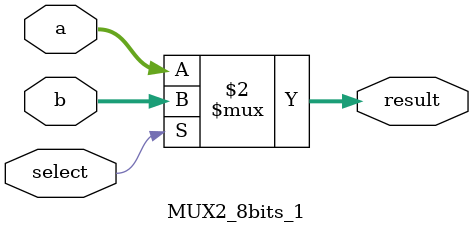
<source format=v>
module MUX2_8bits_1(
            input[7:0] a, 
            input[7:0] b,       //0 1
            input  select,
            output[7:0] result);   // output 

assign result = select == 1 ? b[7:0] : a[7:0];


endmodule
</source>
